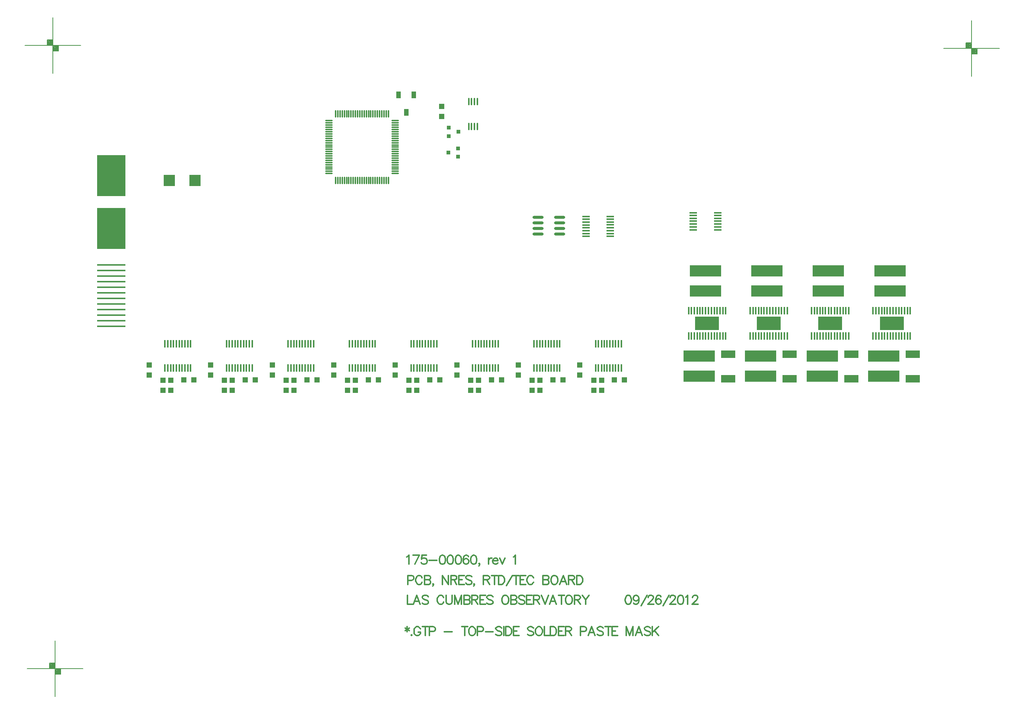
<source format=gtp>
%FSLAX23Y23*%
%MOIN*%
G70*
G01*
G75*
G04 Layer_Color=8421504*
%ADD10O,0.012X0.071*%
%ADD11O,0.071X0.012*%
%ADD12R,0.012X0.065*%
%ADD13R,0.217X0.120*%
%ADD14R,0.065X0.012*%
%ADD15O,0.098X0.028*%
%ADD16R,0.280X0.100*%
%ADD17R,0.036X0.036*%
%ADD18O,0.014X0.067*%
%ADD19R,0.264X0.383*%
%ADD20R,0.264X0.030*%
%ADD21R,0.039X0.059*%
%ADD22R,0.126X0.071*%
%ADD23R,0.100X0.100*%
%ADD24R,0.050X0.050*%
%ADD25R,0.050X0.050*%
%ADD26C,0.050*%
%ADD27C,0.010*%
%ADD28C,0.025*%
%ADD29C,0.012*%
%ADD30C,0.008*%
%ADD31C,0.012*%
%ADD32C,0.012*%
%ADD33C,0.060*%
%ADD34R,0.060X0.060*%
%ADD35C,0.024*%
%ADD36C,0.070*%
%ADD37C,0.115*%
%ADD38R,0.115X0.115*%
%ADD39C,0.080*%
%ADD40C,0.079*%
%ADD41R,0.079X0.079*%
%ADD42C,0.059*%
%ADD43R,0.059X0.059*%
%ADD44C,0.050*%
%ADD45C,0.020*%
%ADD46C,0.040*%
%ADD47C,0.100*%
G04:AMPARAMS|DCode=48|XSize=90mil|YSize=90mil|CornerRadius=0mil|HoleSize=0mil|Usage=FLASHONLY|Rotation=0.000|XOffset=0mil|YOffset=0mil|HoleType=Round|Shape=Relief|Width=10mil|Gap=10mil|Entries=4|*
%AMTHD48*
7,0,0,0.090,0.070,0.010,45*
%
%ADD48THD48*%
G04:AMPARAMS|DCode=49|XSize=100mil|YSize=100mil|CornerRadius=0mil|HoleSize=0mil|Usage=FLASHONLY|Rotation=0.000|XOffset=0mil|YOffset=0mil|HoleType=Round|Shape=Relief|Width=10mil|Gap=10mil|Entries=4|*
%AMTHD49*
7,0,0,0.100,0.080,0.010,45*
%
%ADD49THD49*%
G04:AMPARAMS|DCode=50|XSize=138mil|YSize=138mil|CornerRadius=0mil|HoleSize=0mil|Usage=FLASHONLY|Rotation=0.000|XOffset=0mil|YOffset=0mil|HoleType=Round|Shape=Relief|Width=10mil|Gap=10mil|Entries=4|*
%AMTHD50*
7,0,0,0.138,0.118,0.010,45*
%
%ADD50THD50*%
%ADD51C,0.118*%
G04:AMPARAMS|DCode=52|XSize=112mil|YSize=112mil|CornerRadius=0mil|HoleSize=0mil|Usage=FLASHONLY|Rotation=0.000|XOffset=0mil|YOffset=0mil|HoleType=Round|Shape=Relief|Width=10mil|Gap=10mil|Entries=4|*
%AMTHD52*
7,0,0,0.112,0.092,0.010,45*
%
%ADD52THD52*%
%ADD53C,0.079*%
%ADD54C,0.075*%
%ADD55C,0.087*%
G04:AMPARAMS|DCode=56|XSize=107.244mil|YSize=107.244mil|CornerRadius=0mil|HoleSize=0mil|Usage=FLASHONLY|Rotation=0.000|XOffset=0mil|YOffset=0mil|HoleType=Round|Shape=Relief|Width=10mil|Gap=10mil|Entries=4|*
%AMTHD56*
7,0,0,0.107,0.087,0.010,45*
%
%ADD56THD56*%
%ADD57C,0.092*%
G04:AMPARAMS|DCode=58|XSize=88mil|YSize=88mil|CornerRadius=0mil|HoleSize=0mil|Usage=FLASHONLY|Rotation=0.000|XOffset=0mil|YOffset=0mil|HoleType=Round|Shape=Relief|Width=10mil|Gap=10mil|Entries=4|*
%AMTHD58*
7,0,0,0.088,0.068,0.010,45*
%
%ADD58THD58*%
G04:AMPARAMS|DCode=59|XSize=70mil|YSize=70mil|CornerRadius=0mil|HoleSize=0mil|Usage=FLASHONLY|Rotation=0.000|XOffset=0mil|YOffset=0mil|HoleType=Round|Shape=Relief|Width=10mil|Gap=10mil|Entries=4|*
%AMTHD59*
7,0,0,0.070,0.050,0.010,45*
%
%ADD59THD59*%
%ADD60C,0.068*%
%ADD61C,0.020*%
%ADD62C,0.054*%
G04:AMPARAMS|DCode=63|XSize=95.433mil|YSize=95.433mil|CornerRadius=0mil|HoleSize=0mil|Usage=FLASHONLY|Rotation=0.000|XOffset=0mil|YOffset=0mil|HoleType=Round|Shape=Relief|Width=10mil|Gap=10mil|Entries=4|*
%AMTHD63*
7,0,0,0.095,0.075,0.010,45*
%
%ADD63THD63*%
%ADD64O,0.079X0.024*%
%ADD65R,0.045X0.017*%
%ADD66C,0.006*%
%ADD67C,0.010*%
%ADD68C,0.024*%
%ADD69C,0.008*%
%ADD70C,0.010*%
%ADD71C,0.005*%
%ADD72C,0.007*%
%ADD73C,0.007*%
%ADD74C,0.020*%
%ADD75R,0.222X0.128*%
%ADD76R,0.252X0.371*%
%ADD77R,0.252X0.018*%
D10*
X13389Y13352D02*
D03*
X13369D02*
D03*
X13349D02*
D03*
X13330D02*
D03*
X13310D02*
D03*
X13290D02*
D03*
X13271D02*
D03*
X13251D02*
D03*
X13231D02*
D03*
X13212D02*
D03*
X13192D02*
D03*
X13172D02*
D03*
X13152D02*
D03*
X13133D02*
D03*
X13113D02*
D03*
X13093D02*
D03*
X13074D02*
D03*
X13054D02*
D03*
X13034D02*
D03*
X13015D02*
D03*
X12995D02*
D03*
X12975D02*
D03*
X12956D02*
D03*
X12936D02*
D03*
X12916D02*
D03*
Y12757D02*
D03*
X12936D02*
D03*
X12956D02*
D03*
X12975D02*
D03*
X12995D02*
D03*
X13015D02*
D03*
X13034D02*
D03*
X13054D02*
D03*
X13074D02*
D03*
X13093D02*
D03*
X13113D02*
D03*
X13133D02*
D03*
X13152D02*
D03*
X13172D02*
D03*
X13192D02*
D03*
X13212D02*
D03*
X13231D02*
D03*
X13251D02*
D03*
X13271D02*
D03*
X13290D02*
D03*
X13310D02*
D03*
X13330D02*
D03*
X13349D02*
D03*
X13369D02*
D03*
X13389D02*
D03*
D11*
X12855Y13291D02*
D03*
Y13271D02*
D03*
Y13251D02*
D03*
Y13232D02*
D03*
Y13212D02*
D03*
Y13192D02*
D03*
Y13173D02*
D03*
Y13153D02*
D03*
Y13133D02*
D03*
Y13114D02*
D03*
Y13094D02*
D03*
Y13074D02*
D03*
Y13055D02*
D03*
Y13035D02*
D03*
Y13015D02*
D03*
Y12996D02*
D03*
Y12976D02*
D03*
Y12956D02*
D03*
Y12937D02*
D03*
Y12917D02*
D03*
Y12897D02*
D03*
Y12877D02*
D03*
Y12858D02*
D03*
Y12838D02*
D03*
Y12818D02*
D03*
X13450D02*
D03*
Y12838D02*
D03*
Y12858D02*
D03*
Y12877D02*
D03*
Y12897D02*
D03*
Y12917D02*
D03*
Y12937D02*
D03*
Y12956D02*
D03*
Y12976D02*
D03*
Y12996D02*
D03*
Y13015D02*
D03*
Y13035D02*
D03*
Y13055D02*
D03*
Y13074D02*
D03*
Y13094D02*
D03*
Y13114D02*
D03*
Y13133D02*
D03*
Y13153D02*
D03*
Y13173D02*
D03*
Y13192D02*
D03*
Y13212D02*
D03*
Y13232D02*
D03*
Y13251D02*
D03*
Y13271D02*
D03*
Y13291D02*
D03*
D12*
X17936Y11589D02*
D03*
X17962D02*
D03*
X17987D02*
D03*
X18013D02*
D03*
X18038D02*
D03*
X18064D02*
D03*
Y11364D02*
D03*
X18038D02*
D03*
X18013D02*
D03*
X17987D02*
D03*
X17962D02*
D03*
X17936D02*
D03*
X17908D02*
D03*
X17885D02*
D03*
X17859D02*
D03*
X17834D02*
D03*
X17808D02*
D03*
X17782D02*
D03*
X17757D02*
D03*
X17731D02*
D03*
X17908Y11589D02*
D03*
X17883D02*
D03*
X17855D02*
D03*
X17832D02*
D03*
X17808D02*
D03*
X17782D02*
D03*
X17757D02*
D03*
X17731D02*
D03*
X15245Y11294D02*
D03*
Y11075D02*
D03*
X15271Y11294D02*
D03*
Y11075D02*
D03*
X15298Y11294D02*
D03*
Y11075D02*
D03*
X15322D02*
D03*
X15347D02*
D03*
X15373D02*
D03*
X15399D02*
D03*
X15424D02*
D03*
X15450D02*
D03*
X15475D02*
D03*
X15322Y11294D02*
D03*
X15347D02*
D03*
X15373D02*
D03*
X15399D02*
D03*
X15424D02*
D03*
X15450D02*
D03*
X15475D02*
D03*
X11387D02*
D03*
Y11075D02*
D03*
X11412Y11294D02*
D03*
Y11075D02*
D03*
X11440Y11294D02*
D03*
Y11075D02*
D03*
X11464D02*
D03*
X11489D02*
D03*
X11515D02*
D03*
X11540D02*
D03*
X11566D02*
D03*
X11592D02*
D03*
X11617D02*
D03*
X11464Y11294D02*
D03*
X11489D02*
D03*
X11515D02*
D03*
X11540D02*
D03*
X11566D02*
D03*
X11592D02*
D03*
X11617D02*
D03*
X11938D02*
D03*
Y11075D02*
D03*
X11964Y11294D02*
D03*
Y11075D02*
D03*
X11991Y11294D02*
D03*
Y11075D02*
D03*
X12015D02*
D03*
X12040D02*
D03*
X12066D02*
D03*
X12092D02*
D03*
X12117D02*
D03*
X12143D02*
D03*
X12168D02*
D03*
X12015Y11294D02*
D03*
X12040D02*
D03*
X12066D02*
D03*
X12092D02*
D03*
X12117D02*
D03*
X12143D02*
D03*
X12168D02*
D03*
X12489D02*
D03*
Y11075D02*
D03*
X12515Y11294D02*
D03*
Y11075D02*
D03*
X12542Y11294D02*
D03*
Y11075D02*
D03*
X12566D02*
D03*
X12592D02*
D03*
X12617D02*
D03*
X12643D02*
D03*
X12668D02*
D03*
X12694D02*
D03*
X12719D02*
D03*
X12566Y11294D02*
D03*
X12592D02*
D03*
X12617D02*
D03*
X12643D02*
D03*
X12668D02*
D03*
X12694D02*
D03*
X12719D02*
D03*
X13040D02*
D03*
Y11075D02*
D03*
X13066Y11294D02*
D03*
Y11075D02*
D03*
X13093Y11294D02*
D03*
Y11075D02*
D03*
X13117D02*
D03*
X13143D02*
D03*
X13168D02*
D03*
X13194D02*
D03*
X13219D02*
D03*
X13245D02*
D03*
X13271D02*
D03*
X13117Y11294D02*
D03*
X13143D02*
D03*
X13168D02*
D03*
X13194D02*
D03*
X13219D02*
D03*
X13245D02*
D03*
X13271D02*
D03*
X13592D02*
D03*
Y11075D02*
D03*
X13617Y11294D02*
D03*
Y11075D02*
D03*
X13645Y11294D02*
D03*
Y11075D02*
D03*
X13668D02*
D03*
X13694D02*
D03*
X13719D02*
D03*
X13745D02*
D03*
X13771D02*
D03*
X13796D02*
D03*
X13822D02*
D03*
X13668Y11294D02*
D03*
X13694D02*
D03*
X13719D02*
D03*
X13745D02*
D03*
X13771D02*
D03*
X13796D02*
D03*
X13822D02*
D03*
X14143D02*
D03*
Y11075D02*
D03*
X14168Y11294D02*
D03*
Y11075D02*
D03*
X14196Y11294D02*
D03*
Y11075D02*
D03*
X14219D02*
D03*
X14245D02*
D03*
X14271D02*
D03*
X14296D02*
D03*
X14322D02*
D03*
X14347D02*
D03*
X14373D02*
D03*
X14219Y11294D02*
D03*
X14245D02*
D03*
X14271D02*
D03*
X14296D02*
D03*
X14322D02*
D03*
X14347D02*
D03*
X14373D02*
D03*
X14694D02*
D03*
Y11075D02*
D03*
X14719Y11294D02*
D03*
Y11075D02*
D03*
X14747Y11294D02*
D03*
Y11075D02*
D03*
X14771D02*
D03*
X14796D02*
D03*
X14822D02*
D03*
X14847D02*
D03*
X14873D02*
D03*
X14899D02*
D03*
X14924D02*
D03*
X14771Y11294D02*
D03*
X14796D02*
D03*
X14822D02*
D03*
X14847D02*
D03*
X14873D02*
D03*
X14899D02*
D03*
X14924D02*
D03*
X16282Y11589D02*
D03*
X16308D02*
D03*
X16334D02*
D03*
X16359D02*
D03*
X16385D02*
D03*
X16410D02*
D03*
Y11364D02*
D03*
X16385D02*
D03*
X16359D02*
D03*
X16334D02*
D03*
X16308D02*
D03*
X16282D02*
D03*
X16255D02*
D03*
X16231D02*
D03*
X16206D02*
D03*
X16180D02*
D03*
X16155D02*
D03*
X16129D02*
D03*
X16103D02*
D03*
X16078D02*
D03*
X16255Y11589D02*
D03*
X16229D02*
D03*
X16202D02*
D03*
X16178D02*
D03*
X16155D02*
D03*
X16129D02*
D03*
X16103D02*
D03*
X16078D02*
D03*
X16834Y11589D02*
D03*
X16859D02*
D03*
X16885D02*
D03*
X16910D02*
D03*
X16936D02*
D03*
X16962D02*
D03*
Y11364D02*
D03*
X16936D02*
D03*
X16910D02*
D03*
X16885D02*
D03*
X16859D02*
D03*
X16834D02*
D03*
X16806D02*
D03*
X16782D02*
D03*
X16757D02*
D03*
X16731D02*
D03*
X16706D02*
D03*
X16680D02*
D03*
X16655D02*
D03*
X16629D02*
D03*
X16806Y11589D02*
D03*
X16781D02*
D03*
X16753D02*
D03*
X16729D02*
D03*
X16706D02*
D03*
X16680D02*
D03*
X16655D02*
D03*
X16629D02*
D03*
X17385D02*
D03*
X17410D02*
D03*
X17436D02*
D03*
X17462D02*
D03*
X17487D02*
D03*
X17513D02*
D03*
Y11364D02*
D03*
X17487D02*
D03*
X17462D02*
D03*
X17436D02*
D03*
X17410D02*
D03*
X17385D02*
D03*
X17357D02*
D03*
X17334D02*
D03*
X17308D02*
D03*
X17282D02*
D03*
X17257D02*
D03*
X17231D02*
D03*
X17206D02*
D03*
X17180D02*
D03*
X17357Y11589D02*
D03*
X17332D02*
D03*
X17304D02*
D03*
X17281D02*
D03*
X17257D02*
D03*
X17231D02*
D03*
X17206D02*
D03*
X17180D02*
D03*
D13*
X17898Y11476D02*
D03*
X16244Y11476D02*
D03*
X16795D02*
D03*
X17346D02*
D03*
D14*
X15376Y12306D02*
D03*
Y12332D02*
D03*
Y12359D02*
D03*
Y12383D02*
D03*
Y12408D02*
D03*
Y12434D02*
D03*
X15158D02*
D03*
Y12408D02*
D03*
Y12383D02*
D03*
Y12357D02*
D03*
Y12332D02*
D03*
Y12306D02*
D03*
Y12280D02*
D03*
Y12257D02*
D03*
X15376Y12255D02*
D03*
Y12280D02*
D03*
X16339Y12314D02*
D03*
Y12339D02*
D03*
Y12365D02*
D03*
Y12391D02*
D03*
Y12416D02*
D03*
Y12442D02*
D03*
Y12467D02*
D03*
X16120Y12314D02*
D03*
Y12339D02*
D03*
Y12365D02*
D03*
Y12391D02*
D03*
Y12416D02*
D03*
Y12442D02*
D03*
Y12467D02*
D03*
D15*
X14924Y12276D02*
D03*
Y12326D02*
D03*
Y12376D02*
D03*
Y12426D02*
D03*
X14731Y12276D02*
D03*
Y12326D02*
D03*
Y12376D02*
D03*
Y12426D02*
D03*
D16*
X17827Y11001D02*
D03*
Y11182D02*
D03*
X16228Y11947D02*
D03*
Y11766D02*
D03*
X16780Y11947D02*
D03*
Y11766D02*
D03*
X17331Y11947D02*
D03*
Y11766D02*
D03*
X17882Y11947D02*
D03*
Y11766D02*
D03*
X16173Y11001D02*
D03*
Y11182D02*
D03*
X16724Y11001D02*
D03*
Y11182D02*
D03*
X17276Y11001D02*
D03*
Y11182D02*
D03*
D17*
X13929Y13154D02*
D03*
X14015Y13191D02*
D03*
X13929Y13228D02*
D03*
X14013Y13042D02*
D03*
X13927Y13005D02*
D03*
X14013Y12968D02*
D03*
D18*
X14108Y13238D02*
D03*
X14134D02*
D03*
X14160D02*
D03*
X14185D02*
D03*
X14108Y13462D02*
D03*
X14134D02*
D03*
X14160D02*
D03*
X14185D02*
D03*
D21*
X13617Y13521D02*
D03*
X13548Y13367D02*
D03*
X13479Y13521D02*
D03*
D22*
X18087Y10978D02*
D03*
Y11198D02*
D03*
X16433Y10978D02*
D03*
Y11198D02*
D03*
X16984Y10978D02*
D03*
Y11198D02*
D03*
X17535Y10978D02*
D03*
Y11198D02*
D03*
D23*
X11656Y12756D02*
D03*
X11426D02*
D03*
D24*
X13866Y13420D02*
D03*
Y13330D02*
D03*
X11246Y11011D02*
D03*
Y11101D02*
D03*
X11797Y11011D02*
D03*
Y11101D02*
D03*
X12348Y11011D02*
D03*
Y11101D02*
D03*
X12899Y11011D02*
D03*
Y11101D02*
D03*
X13450Y11011D02*
D03*
Y11101D02*
D03*
X14002Y11011D02*
D03*
Y11101D02*
D03*
X14553Y11011D02*
D03*
Y11101D02*
D03*
X15104Y11011D02*
D03*
Y11101D02*
D03*
X11370Y10875D02*
D03*
Y10965D02*
D03*
X11921Y10875D02*
D03*
Y10965D02*
D03*
X12472Y10875D02*
D03*
Y10965D02*
D03*
X13023Y10875D02*
D03*
Y10965D02*
D03*
X13574Y10875D02*
D03*
Y10965D02*
D03*
X14126Y10875D02*
D03*
Y10965D02*
D03*
X14677Y10875D02*
D03*
Y10965D02*
D03*
X15228Y10875D02*
D03*
Y10965D02*
D03*
X11440Y10875D02*
D03*
Y10965D02*
D03*
X11991Y10875D02*
D03*
Y10965D02*
D03*
X12542Y10875D02*
D03*
Y10965D02*
D03*
X13093Y10875D02*
D03*
Y10965D02*
D03*
X13644Y10875D02*
D03*
Y10965D02*
D03*
X14196Y10875D02*
D03*
Y10965D02*
D03*
X14747Y10875D02*
D03*
Y10965D02*
D03*
X15298Y10875D02*
D03*
Y10965D02*
D03*
D25*
X11646Y10969D02*
D03*
X11556D02*
D03*
X12197D02*
D03*
X12107D02*
D03*
X12748D02*
D03*
X12658D02*
D03*
X13299D02*
D03*
X13209D02*
D03*
X13850D02*
D03*
X13760D02*
D03*
X14402D02*
D03*
X14312D02*
D03*
X14953D02*
D03*
X14863D02*
D03*
X15504D02*
D03*
X15414D02*
D03*
D30*
X10153Y8382D02*
X10653D01*
X10403Y8132D02*
Y8632D01*
X10453Y8332D02*
Y8382D01*
X10403Y8332D02*
X10453D01*
X10353Y8382D02*
Y8432D01*
X10403D01*
X10358Y8387D02*
X10398D01*
X10358D02*
Y8427D01*
X10398D01*
Y8387D02*
Y8427D01*
X10363Y8392D02*
X10393D01*
X10363D02*
Y8422D01*
X10393D01*
Y8397D02*
Y8422D01*
X10368Y8397D02*
X10388D01*
X10368D02*
Y8417D01*
X10388D01*
Y8402D02*
Y8417D01*
X10373Y8402D02*
X10383D01*
X10373D02*
Y8412D01*
X10383D01*
Y8402D02*
Y8412D01*
X10373Y8407D02*
X10383D01*
X10408Y8337D02*
X10448D01*
X10408D02*
Y8377D01*
X10448D01*
Y8337D02*
Y8377D01*
X10413Y8342D02*
X10443D01*
X10413D02*
Y8372D01*
X10443D01*
Y8347D02*
Y8372D01*
X10418Y8347D02*
X10438D01*
X10418D02*
Y8367D01*
X10438D01*
Y8352D02*
Y8367D01*
X10423Y8352D02*
X10433D01*
X10423D02*
Y8362D01*
X10433D01*
Y8352D02*
Y8362D01*
X10423Y8357D02*
X10433D01*
X10132Y13966D02*
X10632D01*
X10382Y13716D02*
Y14216D01*
X10432Y13916D02*
Y13966D01*
X10382Y13916D02*
X10432D01*
X10332Y13966D02*
Y14016D01*
X10382D01*
X10337Y13971D02*
X10377D01*
X10337D02*
Y14011D01*
X10377D01*
Y13971D02*
Y14011D01*
X10342Y13976D02*
X10372D01*
X10342D02*
Y14006D01*
X10372D01*
Y13981D02*
Y14006D01*
X10347Y13981D02*
X10367D01*
X10347D02*
Y14001D01*
X10367D01*
Y13986D02*
Y14001D01*
X10352Y13986D02*
X10362D01*
X10352D02*
Y13996D01*
X10362D01*
Y13986D02*
Y13996D01*
X10352Y13991D02*
X10362D01*
X10387Y13921D02*
X10427D01*
X10387D02*
Y13961D01*
X10427D01*
Y13921D02*
Y13961D01*
X10392Y13926D02*
X10422D01*
X10392D02*
Y13956D01*
X10422D01*
Y13931D02*
Y13956D01*
X10397Y13931D02*
X10417D01*
X10397D02*
Y13951D01*
X10417D01*
Y13936D02*
Y13951D01*
X10402Y13936D02*
X10412D01*
X10402D02*
Y13946D01*
X10412D01*
Y13936D02*
Y13946D01*
X10402Y13941D02*
X10412D01*
X18362Y13938D02*
X18862D01*
X18612Y13688D02*
Y14188D01*
X18662Y13888D02*
Y13938D01*
X18612Y13888D02*
X18662D01*
X18562Y13938D02*
Y13988D01*
X18612D01*
X18567Y13943D02*
X18607D01*
X18567D02*
Y13983D01*
X18607D01*
Y13943D02*
Y13983D01*
X18572Y13948D02*
X18602D01*
X18572D02*
Y13978D01*
X18602D01*
Y13953D02*
Y13978D01*
X18577Y13953D02*
X18597D01*
X18577D02*
Y13973D01*
X18597D01*
Y13958D02*
Y13973D01*
X18582Y13958D02*
X18592D01*
X18582D02*
Y13968D01*
X18592D01*
Y13958D02*
Y13968D01*
X18582Y13963D02*
X18592D01*
X18617Y13893D02*
X18657D01*
X18617D02*
Y13933D01*
X18657D01*
Y13893D02*
Y13933D01*
X18622Y13898D02*
X18652D01*
X18622D02*
Y13928D01*
X18652D01*
Y13903D02*
Y13928D01*
X18627Y13903D02*
X18647D01*
X18627D02*
Y13923D01*
X18647D01*
Y13908D02*
Y13923D01*
X18632Y13908D02*
X18642D01*
X18632D02*
Y13918D01*
X18642D01*
Y13908D02*
Y13918D01*
X18632Y13913D02*
X18642D01*
D31*
X13557Y8758D02*
Y8712D01*
X13538Y8747D02*
X13576Y8724D01*
Y8747D02*
X13538Y8724D01*
X13596Y8686D02*
X13592Y8682D01*
X13596Y8678D01*
X13600Y8682D01*
X13596Y8686D01*
X13675Y8739D02*
X13671Y8747D01*
X13663Y8754D01*
X13656Y8758D01*
X13640D01*
X13633Y8754D01*
X13625Y8747D01*
X13621Y8739D01*
X13618Y8728D01*
Y8708D01*
X13621Y8697D01*
X13625Y8689D01*
X13633Y8682D01*
X13640Y8678D01*
X13656D01*
X13663Y8682D01*
X13671Y8689D01*
X13675Y8697D01*
Y8708D01*
X13656D02*
X13675D01*
X13720Y8758D02*
Y8678D01*
X13693Y8758D02*
X13746D01*
X13756Y8716D02*
X13790D01*
X13802Y8720D01*
X13805Y8724D01*
X13809Y8731D01*
Y8743D01*
X13805Y8750D01*
X13802Y8754D01*
X13790Y8758D01*
X13756D01*
Y8678D01*
X13890Y8712D02*
X13958D01*
X14072Y8758D02*
Y8678D01*
X14045Y8758D02*
X14098D01*
X14131D02*
X14123Y8754D01*
X14115Y8747D01*
X14112Y8739D01*
X14108Y8728D01*
Y8708D01*
X14112Y8697D01*
X14115Y8689D01*
X14123Y8682D01*
X14131Y8678D01*
X14146D01*
X14153Y8682D01*
X14161Y8689D01*
X14165Y8697D01*
X14169Y8708D01*
Y8728D01*
X14165Y8739D01*
X14161Y8747D01*
X14153Y8754D01*
X14146Y8758D01*
X14131D01*
X14187Y8716D02*
X14222D01*
X14233Y8720D01*
X14237Y8724D01*
X14241Y8731D01*
Y8743D01*
X14237Y8750D01*
X14233Y8754D01*
X14222Y8758D01*
X14187D01*
Y8678D01*
X14259Y8712D02*
X14327D01*
X14404Y8747D02*
X14396Y8754D01*
X14385Y8758D01*
X14370D01*
X14358Y8754D01*
X14351Y8747D01*
Y8739D01*
X14355Y8731D01*
X14358Y8728D01*
X14366Y8724D01*
X14389Y8716D01*
X14396Y8712D01*
X14400Y8708D01*
X14404Y8701D01*
Y8689D01*
X14396Y8682D01*
X14385Y8678D01*
X14370D01*
X14358Y8682D01*
X14351Y8689D01*
X14422Y8758D02*
Y8678D01*
X14439Y8758D02*
Y8678D01*
Y8758D02*
X14465D01*
X14477Y8754D01*
X14484Y8747D01*
X14488Y8739D01*
X14492Y8728D01*
Y8708D01*
X14488Y8697D01*
X14484Y8689D01*
X14477Y8682D01*
X14465Y8678D01*
X14439D01*
X14559Y8758D02*
X14510D01*
Y8678D01*
X14559D01*
X14510Y8720D02*
X14540D01*
X14689Y8747D02*
X14681Y8754D01*
X14670Y8758D01*
X14655D01*
X14643Y8754D01*
X14636Y8747D01*
Y8739D01*
X14639Y8731D01*
X14643Y8728D01*
X14651Y8724D01*
X14674Y8716D01*
X14681Y8712D01*
X14685Y8708D01*
X14689Y8701D01*
Y8689D01*
X14681Y8682D01*
X14670Y8678D01*
X14655D01*
X14643Y8682D01*
X14636Y8689D01*
X14730Y8758D02*
X14722Y8754D01*
X14715Y8747D01*
X14711Y8739D01*
X14707Y8728D01*
Y8708D01*
X14711Y8697D01*
X14715Y8689D01*
X14722Y8682D01*
X14730Y8678D01*
X14745D01*
X14753Y8682D01*
X14760Y8689D01*
X14764Y8697D01*
X14768Y8708D01*
Y8728D01*
X14764Y8739D01*
X14760Y8747D01*
X14753Y8754D01*
X14745Y8758D01*
X14730D01*
X14786D02*
Y8678D01*
X14832D01*
X14841Y8758D02*
Y8678D01*
Y8758D02*
X14868D01*
X14879Y8754D01*
X14887Y8747D01*
X14890Y8739D01*
X14894Y8728D01*
Y8708D01*
X14890Y8697D01*
X14887Y8689D01*
X14879Y8682D01*
X14868Y8678D01*
X14841D01*
X14962Y8758D02*
X14912D01*
Y8678D01*
X14962D01*
X14912Y8720D02*
X14943D01*
X14975Y8758D02*
Y8678D01*
Y8758D02*
X15009D01*
X15021Y8754D01*
X15025Y8750D01*
X15028Y8743D01*
Y8735D01*
X15025Y8728D01*
X15021Y8724D01*
X15009Y8720D01*
X14975D01*
X15002D02*
X15028Y8678D01*
X15109Y8716D02*
X15143D01*
X15155Y8720D01*
X15159Y8724D01*
X15162Y8731D01*
Y8743D01*
X15159Y8750D01*
X15155Y8754D01*
X15143Y8758D01*
X15109D01*
Y8678D01*
X15241D02*
X15211Y8758D01*
X15180Y8678D01*
X15192Y8705D02*
X15230D01*
X15313Y8747D02*
X15306Y8754D01*
X15294Y8758D01*
X15279D01*
X15268Y8754D01*
X15260Y8747D01*
Y8739D01*
X15264Y8731D01*
X15268Y8728D01*
X15275Y8724D01*
X15298Y8716D01*
X15306Y8712D01*
X15309Y8708D01*
X15313Y8701D01*
Y8689D01*
X15306Y8682D01*
X15294Y8678D01*
X15279D01*
X15268Y8682D01*
X15260Y8689D01*
X15358Y8758D02*
Y8678D01*
X15331Y8758D02*
X15384D01*
X15443D02*
X15394D01*
Y8678D01*
X15443D01*
X15394Y8720D02*
X15424D01*
X15520Y8758D02*
Y8678D01*
Y8758D02*
X15550Y8678D01*
X15581Y8758D02*
X15550Y8678D01*
X15581Y8758D02*
Y8678D01*
X15664D02*
X15634Y8758D01*
X15603Y8678D01*
X15615Y8705D02*
X15653D01*
X15736Y8747D02*
X15729Y8754D01*
X15717Y8758D01*
X15702D01*
X15691Y8754D01*
X15683Y8747D01*
Y8739D01*
X15687Y8731D01*
X15691Y8728D01*
X15698Y8724D01*
X15721Y8716D01*
X15729Y8712D01*
X15733Y8708D01*
X15736Y8701D01*
Y8689D01*
X15729Y8682D01*
X15717Y8678D01*
X15702D01*
X15691Y8682D01*
X15683Y8689D01*
X15754Y8758D02*
Y8678D01*
X15808Y8758D02*
X15754Y8705D01*
X15773Y8724D02*
X15808Y8678D01*
X13563Y9174D02*
X13597D01*
X13608Y9178D01*
X13612Y9182D01*
X13616Y9190D01*
Y9201D01*
X13612Y9209D01*
X13608Y9212D01*
X13597Y9216D01*
X13563D01*
Y9136D01*
X13691Y9197D02*
X13687Y9205D01*
X13680Y9212D01*
X13672Y9216D01*
X13657D01*
X13649Y9212D01*
X13642Y9205D01*
X13638Y9197D01*
X13634Y9186D01*
Y9167D01*
X13638Y9155D01*
X13642Y9148D01*
X13649Y9140D01*
X13657Y9136D01*
X13672D01*
X13680Y9140D01*
X13687Y9148D01*
X13691Y9155D01*
X13714Y9216D02*
Y9136D01*
Y9216D02*
X13748D01*
X13759Y9212D01*
X13763Y9209D01*
X13767Y9201D01*
Y9193D01*
X13763Y9186D01*
X13759Y9182D01*
X13748Y9178D01*
X13714D02*
X13748D01*
X13759Y9174D01*
X13763Y9170D01*
X13767Y9163D01*
Y9151D01*
X13763Y9144D01*
X13759Y9140D01*
X13748Y9136D01*
X13714D01*
X13792Y9140D02*
X13789Y9136D01*
X13785Y9140D01*
X13789Y9144D01*
X13792Y9140D01*
Y9132D01*
X13789Y9125D01*
X13785Y9121D01*
X13873Y9216D02*
Y9136D01*
Y9216D02*
X13926Y9136D01*
Y9216D02*
Y9136D01*
X13948Y9216D02*
Y9136D01*
Y9216D02*
X13982D01*
X13994Y9212D01*
X13998Y9209D01*
X14001Y9201D01*
Y9193D01*
X13998Y9186D01*
X13994Y9182D01*
X13982Y9178D01*
X13948D01*
X13975D02*
X14001Y9136D01*
X14069Y9216D02*
X14019D01*
Y9136D01*
X14069D01*
X14019Y9178D02*
X14050D01*
X14136Y9205D02*
X14128Y9212D01*
X14117Y9216D01*
X14101D01*
X14090Y9212D01*
X14082Y9205D01*
Y9197D01*
X14086Y9190D01*
X14090Y9186D01*
X14097Y9182D01*
X14120Y9174D01*
X14128Y9170D01*
X14132Y9167D01*
X14136Y9159D01*
Y9148D01*
X14128Y9140D01*
X14117Y9136D01*
X14101D01*
X14090Y9140D01*
X14082Y9148D01*
X14161Y9140D02*
X14157Y9136D01*
X14153Y9140D01*
X14157Y9144D01*
X14161Y9140D01*
Y9132D01*
X14157Y9125D01*
X14153Y9121D01*
X14241Y9216D02*
Y9136D01*
Y9216D02*
X14276D01*
X14287Y9212D01*
X14291Y9209D01*
X14295Y9201D01*
Y9193D01*
X14291Y9186D01*
X14287Y9182D01*
X14276Y9178D01*
X14241D01*
X14268D02*
X14295Y9136D01*
X14339Y9216D02*
Y9136D01*
X14313Y9216D02*
X14366D01*
X14376D02*
Y9136D01*
Y9216D02*
X14402D01*
X14414Y9212D01*
X14421Y9205D01*
X14425Y9197D01*
X14429Y9186D01*
Y9167D01*
X14425Y9155D01*
X14421Y9148D01*
X14414Y9140D01*
X14402Y9136D01*
X14376D01*
X14447Y9125D02*
X14500Y9216D01*
X14532D02*
Y9136D01*
X14505Y9216D02*
X14559D01*
X14618D02*
X14568D01*
Y9136D01*
X14618D01*
X14568Y9178D02*
X14599D01*
X14688Y9197D02*
X14684Y9205D01*
X14677Y9212D01*
X14669Y9216D01*
X14654D01*
X14646Y9212D01*
X14639Y9205D01*
X14635Y9197D01*
X14631Y9186D01*
Y9167D01*
X14635Y9155D01*
X14639Y9148D01*
X14646Y9140D01*
X14654Y9136D01*
X14669D01*
X14677Y9140D01*
X14684Y9148D01*
X14688Y9155D01*
X14774Y9216D02*
Y9136D01*
Y9216D02*
X14808D01*
X14819Y9212D01*
X14823Y9209D01*
X14827Y9201D01*
Y9193D01*
X14823Y9186D01*
X14819Y9182D01*
X14808Y9178D01*
X14774D02*
X14808D01*
X14819Y9174D01*
X14823Y9170D01*
X14827Y9163D01*
Y9151D01*
X14823Y9144D01*
X14819Y9140D01*
X14808Y9136D01*
X14774D01*
X14868Y9216D02*
X14860Y9212D01*
X14852Y9205D01*
X14849Y9197D01*
X14845Y9186D01*
Y9167D01*
X14849Y9155D01*
X14852Y9148D01*
X14860Y9140D01*
X14868Y9136D01*
X14883D01*
X14890Y9140D01*
X14898Y9148D01*
X14902Y9155D01*
X14906Y9167D01*
Y9186D01*
X14902Y9197D01*
X14898Y9205D01*
X14890Y9212D01*
X14883Y9216D01*
X14868D01*
X14985Y9136D02*
X14955Y9216D01*
X14924Y9136D01*
X14936Y9163D02*
X14974D01*
X15004Y9216D02*
Y9136D01*
Y9216D02*
X15038D01*
X15050Y9212D01*
X15053Y9209D01*
X15057Y9201D01*
Y9193D01*
X15053Y9186D01*
X15050Y9182D01*
X15038Y9178D01*
X15004D01*
X15031D02*
X15057Y9136D01*
X15075Y9216D02*
Y9136D01*
Y9216D02*
X15102D01*
X15113Y9212D01*
X15121Y9205D01*
X15125Y9197D01*
X15128Y9186D01*
Y9167D01*
X15125Y9155D01*
X15121Y9148D01*
X15113Y9140D01*
X15102Y9136D01*
X15075D01*
X13553Y9383D02*
X13560Y9387D01*
X13572Y9398D01*
Y9318D01*
X13665Y9398D02*
X13627Y9318D01*
X13611Y9398D02*
X13665D01*
X13728D02*
X13690D01*
X13686Y9364D01*
X13690Y9368D01*
X13702Y9372D01*
X13713D01*
X13725Y9368D01*
X13732Y9360D01*
X13736Y9349D01*
Y9341D01*
X13732Y9330D01*
X13725Y9322D01*
X13713Y9318D01*
X13702D01*
X13690Y9322D01*
X13686Y9326D01*
X13683Y9333D01*
X13754Y9352D02*
X13822D01*
X13869Y9398D02*
X13857Y9394D01*
X13850Y9383D01*
X13846Y9364D01*
Y9352D01*
X13850Y9333D01*
X13857Y9322D01*
X13869Y9318D01*
X13876D01*
X13888Y9322D01*
X13896Y9333D01*
X13899Y9352D01*
Y9364D01*
X13896Y9383D01*
X13888Y9394D01*
X13876Y9398D01*
X13869D01*
X13940D02*
X13929Y9394D01*
X13921Y9383D01*
X13917Y9364D01*
Y9352D01*
X13921Y9333D01*
X13929Y9322D01*
X13940Y9318D01*
X13948D01*
X13959Y9322D01*
X13967Y9333D01*
X13971Y9352D01*
Y9364D01*
X13967Y9383D01*
X13959Y9394D01*
X13948Y9398D01*
X13940D01*
X14011D02*
X14000Y9394D01*
X13992Y9383D01*
X13988Y9364D01*
Y9352D01*
X13992Y9333D01*
X14000Y9322D01*
X14011Y9318D01*
X14019D01*
X14030Y9322D01*
X14038Y9333D01*
X14042Y9352D01*
Y9364D01*
X14038Y9383D01*
X14030Y9394D01*
X14019Y9398D01*
X14011D01*
X14105Y9387D02*
X14102Y9394D01*
X14090Y9398D01*
X14083D01*
X14071Y9394D01*
X14063Y9383D01*
X14060Y9364D01*
Y9345D01*
X14063Y9330D01*
X14071Y9322D01*
X14083Y9318D01*
X14086D01*
X14098Y9322D01*
X14105Y9330D01*
X14109Y9341D01*
Y9345D01*
X14105Y9356D01*
X14098Y9364D01*
X14086Y9368D01*
X14083D01*
X14071Y9364D01*
X14063Y9356D01*
X14060Y9345D01*
X14150Y9398D02*
X14138Y9394D01*
X14131Y9383D01*
X14127Y9364D01*
Y9352D01*
X14131Y9333D01*
X14138Y9322D01*
X14150Y9318D01*
X14157D01*
X14169Y9322D01*
X14176Y9333D01*
X14180Y9352D01*
Y9364D01*
X14176Y9383D01*
X14169Y9394D01*
X14157Y9398D01*
X14150D01*
X14206Y9322D02*
X14202Y9318D01*
X14198Y9322D01*
X14202Y9326D01*
X14206Y9322D01*
Y9314D01*
X14202Y9307D01*
X14198Y9303D01*
X14286Y9372D02*
Y9318D01*
Y9349D02*
X14290Y9360D01*
X14297Y9368D01*
X14305Y9372D01*
X14316D01*
X14324Y9349D02*
X14369D01*
Y9356D01*
X14366Y9364D01*
X14362Y9368D01*
X14354Y9372D01*
X14343D01*
X14335Y9368D01*
X14327Y9360D01*
X14324Y9349D01*
Y9341D01*
X14327Y9330D01*
X14335Y9322D01*
X14343Y9318D01*
X14354D01*
X14362Y9322D01*
X14369Y9330D01*
X14386Y9372D02*
X14409Y9318D01*
X14432Y9372D02*
X14409Y9318D01*
X14508Y9383D02*
X14516Y9387D01*
X14527Y9398D01*
Y9318D01*
D32*
X13559Y9039D02*
Y8959D01*
X13605D01*
X13674D02*
X13644Y9039D01*
X13613Y8959D01*
X13625Y8985D02*
X13663D01*
X13746Y9027D02*
X13739Y9035D01*
X13727Y9039D01*
X13712D01*
X13701Y9035D01*
X13693Y9027D01*
Y9020D01*
X13697Y9012D01*
X13701Y9008D01*
X13708Y9004D01*
X13731Y8997D01*
X13739Y8993D01*
X13743Y8989D01*
X13746Y8981D01*
Y8970D01*
X13739Y8962D01*
X13727Y8959D01*
X13712D01*
X13701Y8962D01*
X13693Y8970D01*
X13884Y9020D02*
X13880Y9027D01*
X13873Y9035D01*
X13865Y9039D01*
X13850D01*
X13842Y9035D01*
X13835Y9027D01*
X13831Y9020D01*
X13827Y9008D01*
Y8989D01*
X13831Y8978D01*
X13835Y8970D01*
X13842Y8962D01*
X13850Y8959D01*
X13865D01*
X13873Y8962D01*
X13880Y8970D01*
X13884Y8978D01*
X13907Y9039D02*
Y8981D01*
X13911Y8970D01*
X13918Y8962D01*
X13930Y8959D01*
X13937D01*
X13949Y8962D01*
X13956Y8970D01*
X13960Y8981D01*
Y9039D01*
X13982D02*
Y8959D01*
Y9039D02*
X14013Y8959D01*
X14043Y9039D02*
X14013Y8959D01*
X14043Y9039D02*
Y8959D01*
X14066Y9039D02*
Y8959D01*
Y9039D02*
X14100D01*
X14112Y9035D01*
X14115Y9031D01*
X14119Y9023D01*
Y9016D01*
X14115Y9008D01*
X14112Y9004D01*
X14100Y9000D01*
X14066D02*
X14100D01*
X14112Y8997D01*
X14115Y8993D01*
X14119Y8985D01*
Y8974D01*
X14115Y8966D01*
X14112Y8962D01*
X14100Y8959D01*
X14066D01*
X14137Y9039D02*
Y8959D01*
Y9039D02*
X14171D01*
X14183Y9035D01*
X14187Y9031D01*
X14191Y9023D01*
Y9016D01*
X14187Y9008D01*
X14183Y9004D01*
X14171Y9000D01*
X14137D01*
X14164D02*
X14191Y8959D01*
X14258Y9039D02*
X14208D01*
Y8959D01*
X14258D01*
X14208Y9000D02*
X14239D01*
X14325Y9027D02*
X14317Y9035D01*
X14306Y9039D01*
X14290D01*
X14279Y9035D01*
X14271Y9027D01*
Y9020D01*
X14275Y9012D01*
X14279Y9008D01*
X14286Y9004D01*
X14309Y8997D01*
X14317Y8993D01*
X14321Y8989D01*
X14325Y8981D01*
Y8970D01*
X14317Y8962D01*
X14306Y8959D01*
X14290D01*
X14279Y8962D01*
X14271Y8970D01*
X14428Y9039D02*
X14421Y9035D01*
X14413Y9027D01*
X14409Y9020D01*
X14405Y9008D01*
Y8989D01*
X14409Y8978D01*
X14413Y8970D01*
X14421Y8962D01*
X14428Y8959D01*
X14443D01*
X14451Y8962D01*
X14459Y8970D01*
X14462Y8978D01*
X14466Y8989D01*
Y9008D01*
X14462Y9020D01*
X14459Y9027D01*
X14451Y9035D01*
X14443Y9039D01*
X14428D01*
X14485D02*
Y8959D01*
Y9039D02*
X14519D01*
X14531Y9035D01*
X14534Y9031D01*
X14538Y9023D01*
Y9016D01*
X14534Y9008D01*
X14531Y9004D01*
X14519Y9000D01*
X14485D02*
X14519D01*
X14531Y8997D01*
X14534Y8993D01*
X14538Y8985D01*
Y8974D01*
X14534Y8966D01*
X14531Y8962D01*
X14519Y8959D01*
X14485D01*
X14609Y9027D02*
X14602Y9035D01*
X14590Y9039D01*
X14575D01*
X14564Y9035D01*
X14556Y9027D01*
Y9020D01*
X14560Y9012D01*
X14564Y9008D01*
X14571Y9004D01*
X14594Y8997D01*
X14602Y8993D01*
X14606Y8989D01*
X14609Y8981D01*
Y8970D01*
X14602Y8962D01*
X14590Y8959D01*
X14575D01*
X14564Y8962D01*
X14556Y8970D01*
X14677Y9039D02*
X14627D01*
Y8959D01*
X14677D01*
X14627Y9000D02*
X14658D01*
X14690Y9039D02*
Y8959D01*
Y9039D02*
X14724D01*
X14736Y9035D01*
X14740Y9031D01*
X14744Y9023D01*
Y9016D01*
X14740Y9008D01*
X14736Y9004D01*
X14724Y9000D01*
X14690D01*
X14717D02*
X14744Y8959D01*
X14761Y9039D02*
X14792Y8959D01*
X14822Y9039D02*
X14792Y8959D01*
X14894D02*
X14863Y9039D01*
X14833Y8959D01*
X14844Y8985D02*
X14882D01*
X14939Y9039D02*
Y8959D01*
X14912Y9039D02*
X14966D01*
X14998D02*
X14990Y9035D01*
X14983Y9027D01*
X14979Y9020D01*
X14975Y9008D01*
Y8989D01*
X14979Y8978D01*
X14983Y8970D01*
X14990Y8962D01*
X14998Y8959D01*
X15013D01*
X15021Y8962D01*
X15028Y8970D01*
X15032Y8978D01*
X15036Y8989D01*
Y9008D01*
X15032Y9020D01*
X15028Y9027D01*
X15021Y9035D01*
X15013Y9039D01*
X14998D01*
X15055D02*
Y8959D01*
Y9039D02*
X15089D01*
X15100Y9035D01*
X15104Y9031D01*
X15108Y9023D01*
Y9016D01*
X15104Y9008D01*
X15100Y9004D01*
X15089Y9000D01*
X15055D01*
X15081D02*
X15108Y8959D01*
X15126Y9039D02*
X15156Y9000D01*
Y8959D01*
X15187Y9039D02*
X15156Y9000D01*
X15534Y9039D02*
X15523Y9035D01*
X15515Y9023D01*
X15511Y9004D01*
Y8993D01*
X15515Y8974D01*
X15523Y8962D01*
X15534Y8959D01*
X15542D01*
X15553Y8962D01*
X15561Y8974D01*
X15565Y8993D01*
Y9004D01*
X15561Y9023D01*
X15553Y9035D01*
X15542Y9039D01*
X15534D01*
X15632Y9012D02*
X15628Y9000D01*
X15621Y8993D01*
X15609Y8989D01*
X15605D01*
X15594Y8993D01*
X15586Y9000D01*
X15583Y9012D01*
Y9016D01*
X15586Y9027D01*
X15594Y9035D01*
X15605Y9039D01*
X15609D01*
X15621Y9035D01*
X15628Y9027D01*
X15632Y9012D01*
Y8993D01*
X15628Y8974D01*
X15621Y8962D01*
X15609Y8959D01*
X15602D01*
X15590Y8962D01*
X15586Y8970D01*
X15654Y8947D02*
X15707Y9039D01*
X15716Y9020D02*
Y9023D01*
X15720Y9031D01*
X15724Y9035D01*
X15732Y9039D01*
X15747D01*
X15754Y9035D01*
X15758Y9031D01*
X15762Y9023D01*
Y9016D01*
X15758Y9008D01*
X15751Y8997D01*
X15712Y8959D01*
X15766D01*
X15829Y9027D02*
X15826Y9035D01*
X15814Y9039D01*
X15807D01*
X15795Y9035D01*
X15788Y9023D01*
X15784Y9004D01*
Y8985D01*
X15788Y8970D01*
X15795Y8962D01*
X15807Y8959D01*
X15810D01*
X15822Y8962D01*
X15829Y8970D01*
X15833Y8981D01*
Y8985D01*
X15829Y8997D01*
X15822Y9004D01*
X15810Y9008D01*
X15807D01*
X15795Y9004D01*
X15788Y8997D01*
X15784Y8985D01*
X15851Y8947D02*
X15904Y9039D01*
X15913Y9020D02*
Y9023D01*
X15917Y9031D01*
X15921Y9035D01*
X15928Y9039D01*
X15944D01*
X15951Y9035D01*
X15955Y9031D01*
X15959Y9023D01*
Y9016D01*
X15955Y9008D01*
X15947Y8997D01*
X15909Y8959D01*
X15963D01*
X16003Y9039D02*
X15992Y9035D01*
X15984Y9023D01*
X15981Y9004D01*
Y8993D01*
X15984Y8974D01*
X15992Y8962D01*
X16003Y8959D01*
X16011D01*
X16023Y8962D01*
X16030Y8974D01*
X16034Y8993D01*
Y9004D01*
X16030Y9023D01*
X16023Y9035D01*
X16011Y9039D01*
X16003D01*
X16052Y9023D02*
X16059Y9027D01*
X16071Y9039D01*
Y8959D01*
X16114Y9020D02*
Y9023D01*
X16118Y9031D01*
X16122Y9035D01*
X16130Y9039D01*
X16145D01*
X16152Y9035D01*
X16156Y9031D01*
X16160Y9023D01*
Y9016D01*
X16156Y9008D01*
X16149Y8997D01*
X16110Y8959D01*
X16164D01*
D76*
X10907Y12798D02*
D03*
Y12325D02*
D03*
D77*
Y12000D02*
D03*
Y11950D02*
D03*
Y11900D02*
D03*
Y11850D02*
D03*
Y11800D02*
D03*
Y11750D02*
D03*
Y11700D02*
D03*
Y11650D02*
D03*
Y11600D02*
D03*
Y11550D02*
D03*
Y11500D02*
D03*
Y11450D02*
D03*
M02*

</source>
